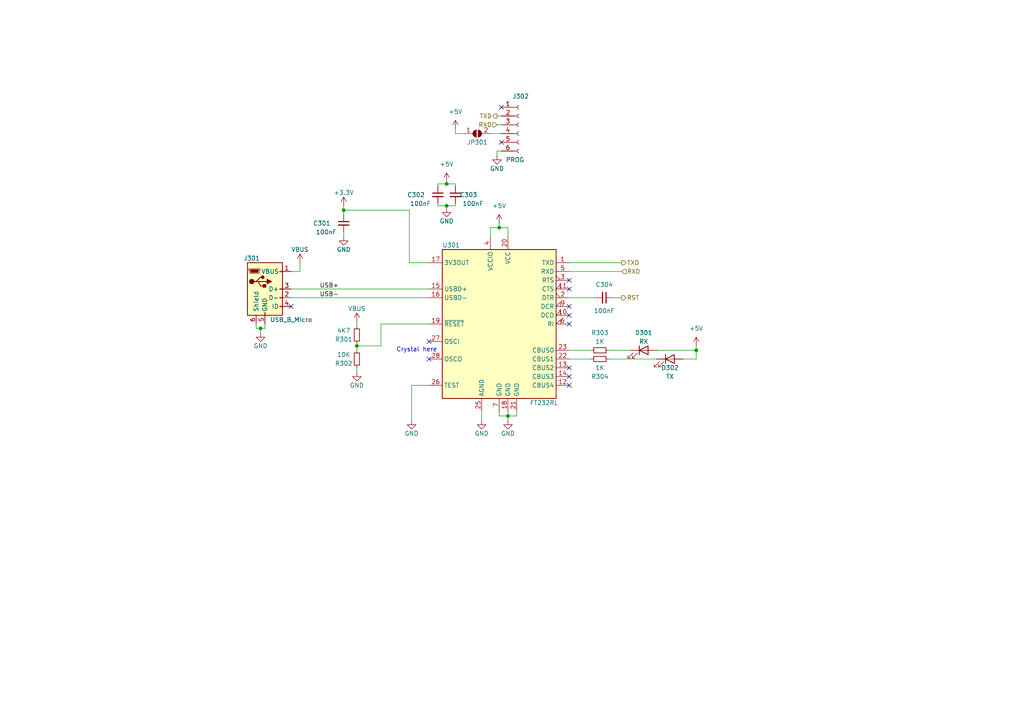
<source format=kicad_sch>
(kicad_sch (version 20211123) (generator eeschema)
  (paper "A4")
  (title_block (title "Days Without Incident Sign") (date "2022-06-24") (rev "${REVISION}") (company "FRC 1721") (comment 4 "Release: ${FULL_REVISION}"))
  (lib_symbols
    (symbol "Connector:Conn_01x06_Female" (pin_names (offset 1.016) hide)
      (property "Reference" "J" (at 0 7.62 0))
      (property "Value" "Conn_01x06_Female" (at 0 -10.16 0))
      (symbol "Conn_01x06_Female_1_1"
        (arc (start 0 -7.112) (mid -0.508 -7.62) (end 0 -8.128) (stroke (width 0.1524)))
        (arc (start 0 -4.572) (mid -0.508 -5.08) (end 0 -5.588) (stroke (width 0.1524)))
        (arc (start 0 -2.032) (mid -0.508 -2.54) (end 0 -3.048) (stroke (width 0.1524)))
        (polyline (pts (xy -1.27 -7.62) (xy -0.508 -7.62)) (stroke (width 0.1524)))
        (polyline (pts (xy -1.27 -5.08) (xy -0.508 -5.08)) (stroke (width 0.1524)))
        (polyline (pts (xy -1.27 -2.54) (xy -0.508 -2.54)) (stroke (width 0.1524)))
        (polyline (pts (xy -1.27 0) (xy -0.508 0)) (stroke (width 0.1524)))
        (polyline (pts (xy -1.27 2.54) (xy -0.508 2.54)) (stroke (width 0.1524)))
        (polyline (pts (xy -1.27 5.08) (xy -0.508 5.08)) (stroke (width 0.1524)))
        (arc (start 0 0.508) (mid -0.508 0) (end 0 -0.508) (stroke (width 0.1524)))
        (arc (start 0 3.048) (mid -0.508 2.54) (end 0 2.032) (stroke (width 0.1524)))
        (arc (start 0 5.588) (mid -0.508 5.08) (end 0 4.572) (stroke (width 0.1524)))
        (pin passive line (at -5.08 5.08 0) (length 3.81) (name "Pin_1") (number "1"))
        (pin passive line (at -5.08 2.54 0) (length 3.81) (name "Pin_2") (number "2"))
        (pin passive line (at -5.08 0 0) (length 3.81) (name "Pin_3") (number "3"))
        (pin passive line (at -5.08 -2.54 0) (length 3.81) (name "Pin_4") (number "4"))
        (pin passive line (at -5.08 -5.08 0) (length 3.81) (name "Pin_5") (number "5"))
        (pin passive line (at -5.08 -7.62 0) (length 3.81) (name "Pin_6") (number "6"))
      )
    )
    (symbol "Connector:USB_B_Micro" (pin_names (offset 1.016))
      (property "Reference" "J" (at -5.08 11.43 0))
      (property "Value" "USB_B_Micro" (at -5.08 8.89 0))
      (symbol "USB_B_Micro_0_1"
        (rectangle (start -5.08 -7.62) (end 5.08 7.62) (stroke (width 0.254)) (fill (type background)))
        (circle (center -3.81 2.159) (radius 0.635) (stroke (width 0.254)) (fill (type outline)))
        (circle (center -0.635 3.429) (radius 0.381) (stroke (width 0.254)) (fill (type outline)))
        (rectangle (start -0.127 -7.62) (end 0.127 -6.858))
        (polyline (pts (xy -1.905 2.159) (xy 0.635 2.159)) (stroke (width 0.254)))
        (polyline (pts (xy -3.175 2.159) (xy -2.54 2.159) (xy -1.27 3.429) (xy -0.635 3.429)) (stroke (width 0.254)))
        (polyline (pts (xy -2.54 2.159) (xy -1.905 2.159) (xy -1.27 0.889) (xy 0 0.889)) (stroke (width 0.254)))
        (polyline (pts (xy 0.635 2.794) (xy 0.635 1.524) (xy 1.905 2.159) (xy 0.635 2.794)) (stroke (width 0.254)) (fill (type outline)))
        (polyline (pts (xy -4.318 5.588) (xy -1.778 5.588) (xy -2.032 4.826) (xy -4.064 4.826) (xy -4.318 5.588)) (fill (type outline)))
        (polyline (pts (xy -4.699 5.842) (xy -4.699 5.588) (xy -4.445 4.826) (xy -4.445 4.572) (xy -1.651 4.572) (xy -1.651 4.826) (xy -1.397 5.588) (xy -1.397 5.842) (xy -4.699 5.842)))
        (rectangle (start 0.254 1.27) (end -0.508 0.508) (stroke (width 0.254)) (fill (type outline)))
        (rectangle (start 5.08 -5.207) (end 4.318 -4.953))
        (rectangle (start 5.08 -2.667) (end 4.318 -2.413))
        (rectangle (start 5.08 -0.127) (end 4.318 0.127))
        (rectangle (start 5.08 4.953) (end 4.318 5.207))
      )
      (symbol "USB_B_Micro_1_1"
        (pin power_out line (at 7.62 5.08 180) (length 2.54) (name "VBUS") (number "1"))
        (pin bidirectional line (at 7.62 -2.54 180) (length 2.54) (name "D-") (number "2"))
        (pin bidirectional line (at 7.62 0 180) (length 2.54) (name "D+") (number "3"))
        (pin passive line (at 7.62 -5.08 180) (length 2.54) (name "ID") (number "4"))
        (pin power_out line (at 0 -10.16 90) (length 2.54) (name "GND") (number "5"))
        (pin passive line (at -2.54 -10.16 90) (length 2.54) (name "Shield") (number "6"))
      )
    )
    (symbol "Device:C_Small" (pin_numbers hide) (pin_names (offset 0.254) hide)
      (property "Reference" "C" (at 0.254 1.778 0))
      (property "Value" "C_Small" (at 0.254 -2.032 0))
      (symbol "C_Small_0_1"
        (polyline (pts (xy -1.524 -0.508) (xy 1.524 -0.508)) (stroke (width 0.3302)))
        (polyline (pts (xy -1.524 0.508) (xy 1.524 0.508)) (stroke (width 0.3048)))
      )
      (symbol "C_Small_1_1"
        (pin passive line (at 0 2.54 270) (length 2.032) (name "~") (number "1"))
        (pin passive line (at 0 -2.54 90) (length 2.032) (name "~") (number "2"))
      )
    )
    (symbol "Device:LED" (pin_numbers hide) (pin_names (offset 1.016) hide)
      (property "Reference" "D" (at 0 2.54 0))
      (property "Value" "LED" (at 0 -2.54 0))
      (symbol "LED_0_1"
        (polyline (pts (xy -1.27 -1.27) (xy -1.27 1.27)) (stroke (width 0.254)))
        (polyline (pts (xy -1.27 0) (xy 1.27 0)))
        (polyline (pts (xy 1.27 -1.27) (xy 1.27 1.27) (xy -1.27 0) (xy 1.27 -1.27)) (stroke (width 0.254)))
        (polyline (pts (xy -3.048 -0.762) (xy -4.572 -2.286) (xy -3.81 -2.286) (xy -4.572 -2.286) (xy -4.572 -1.524)))
        (polyline (pts (xy -1.778 -0.762) (xy -3.302 -2.286) (xy -2.54 -2.286) (xy -3.302 -2.286) (xy -3.302 -1.524)))
      )
      (symbol "LED_1_1"
        (pin passive line (at -3.81 0 0) (length 2.54) (name "K") (number "1"))
        (pin passive line (at 3.81 0 180) (length 2.54) (name "A") (number "2"))
      )
    )
    (symbol "Device:R_Small" (pin_numbers hide) (pin_names (offset 0.254) hide)
      (property "Reference" "R" (at 0.762 0.508 0))
      (property "Value" "R_Small" (at 0.762 -1.016 0))
      (symbol "R_Small_0_1"
        (rectangle (start -0.762 1.778) (end 0.762 -1.778) (stroke (width 0.2032)))
      )
      (symbol "R_Small_1_1"
        (pin passive line (at 0 2.54 270) (length 0.762) (name "~") (number "1"))
        (pin passive line (at 0 -2.54 90) (length 0.762) (name "~") (number "2"))
      )
    )
    (symbol "Interface_USB:FT232RL"
      (property "Reference" "U" (at -16.51 22.86 0))
      (property "Value" "FT232RL" (at 10.16 22.86 0))
      (symbol "FT232RL_0_1"
        (rectangle (start -16.51 21.59) (end 16.51 -21.59) (stroke (width 0.254)) (fill (type background)))
      )
      (symbol "FT232RL_1_1"
        (pin output line (at 20.32 17.78 180) (length 3.81) (name "TXD") (number "1"))
        (pin input input_low (at 20.32 2.54 180) (length 3.81) (name "DCD") (number "10"))
        (pin input input_low (at 20.32 10.16 180) (length 3.81) (name "CTS") (number "11"))
        (pin bidirectional line (at 20.32 -17.78 180) (length 3.81) (name "CBUS4") (number "12"))
        (pin bidirectional line (at 20.32 -12.7 180) (length 3.81) (name "CBUS2") (number "13"))
        (pin bidirectional line (at 20.32 -15.24 180) (length 3.81) (name "CBUS3") (number "14"))
        (pin bidirectional line (at -20.32 10.16 0) (length 3.81) (name "USBD+") (number "15"))
        (pin bidirectional line (at -20.32 7.62 0) (length 3.81) (name "USBD-") (number "16"))
        (pin power_out line (at -20.32 17.78 0) (length 3.81) (name "3V3OUT") (number "17"))
        (pin power_in line (at 2.54 -25.4 90) (length 3.81) (name "GND") (number "18"))
        (pin input line (at -20.32 0 0) (length 3.81) (name "~{RESET}") (number "19"))
        (pin output output_low (at 20.32 7.62 180) (length 3.81) (name "DTR") (number "2"))
        (pin power_in line (at 2.54 25.4 270) (length 3.81) (name "VCC") (number "20"))
        (pin power_in line (at 5.08 -25.4 90) (length 3.81) (name "GND") (number "21"))
        (pin bidirectional line (at 20.32 -10.16 180) (length 3.81) (name "CBUS1") (number "22"))
        (pin bidirectional line (at 20.32 -7.62 180) (length 3.81) (name "CBUS0") (number "23"))
        (pin power_in line (at -5.08 -25.4 90) (length 3.81) (name "AGND") (number "25"))
        (pin input line (at -20.32 -17.78 0) (length 3.81) (name "TEST") (number "26"))
        (pin input line (at -20.32 -5.08 0) (length 3.81) (name "OSCI") (number "27"))
        (pin output line (at -20.32 -10.16 0) (length 3.81) (name "OSCO") (number "28"))
        (pin output output_low (at 20.32 12.7 180) (length 3.81) (name "RTS") (number "3"))
        (pin power_in line (at -2.54 25.4 270) (length 3.81) (name "VCCIO") (number "4"))
        (pin input line (at 20.32 15.24 180) (length 3.81) (name "RXD") (number "5"))
        (pin input input_low (at 20.32 0 180) (length 3.81) (name "RI") (number "6"))
        (pin power_in line (at 0 -25.4 90) (length 3.81) (name "GND") (number "7"))
        (pin input input_low (at 20.32 5.08 180) (length 3.81) (name "DCR") (number "9"))
      )
    )
    (symbol "Jumper:SolderJumper_2_Open" (pin_names (offset 0) hide)
      (property "Reference" "JP" (at 0 2.032 0))
      (property "Value" "SolderJumper_2_Open" (at 0 -2.54 0))
      (symbol "SolderJumper_2_Open_0_1"
        (arc (start -0.254 1.016) (mid -1.27 0) (end -0.254 -1.016))
        (arc (start -0.254 1.016) (mid -1.27 0) (end -0.254 -1.016) (fill (type outline)))
        (polyline (pts (xy -0.254 1.016) (xy -0.254 -1.016)))
        (polyline (pts (xy 0.254 1.016) (xy 0.254 -1.016)))
        (arc (start 0.254 -1.016) (mid 1.27 0) (end 0.254 1.016))
        (arc (start 0.254 -1.016) (mid 1.27 0) (end 0.254 1.016) (fill (type outline)))
      )
      (symbol "SolderJumper_2_Open_1_1"
        (pin passive line (at -3.81 0 0) (length 2.54) (name "A") (number "1"))
        (pin passive line (at 3.81 0 180) (length 2.54) (name "B") (number "2"))
      )
    )
    (symbol "power:+3.3V" (power) (pin_names (offset 0))
      (property "Value" "+3.3V" (at 0 3.556 0))
      (symbol "+3.3V_0_1"
        (polyline (pts (xy -0.762 1.27) (xy 0 2.54)))
        (polyline (pts (xy 0 0) (xy 0 2.54)))
        (polyline (pts (xy 0 2.54) (xy 0.762 1.27)))
      )
      (symbol "+3.3V_1_1"
        (pin power_in line (at 0 0 90) (length 0) hide (name "+3.3V") (number "1"))
      )
    )
    (symbol "power:+5V" (power) (pin_names (offset 0))
      (property "Value" "+5V" (at 0 3.556 0))
      (symbol "+5V_0_1"
        (polyline (pts (xy -0.762 1.27) (xy 0 2.54)))
        (polyline (pts (xy 0 0) (xy 0 2.54)))
        (polyline (pts (xy 0 2.54) (xy 0.762 1.27)))
      )
      (symbol "+5V_1_1"
        (pin power_in line (at 0 0 90) (length 0) hide (name "+5V") (number "1"))
      )
    )
    (symbol "power:GND" (power) (pin_names (offset 0))
      (property "Value" "GND" (at 0 -3.81 0))
      (symbol "GND_0_1"
        (polyline (pts (xy 0 0) (xy 0 -1.27) (xy 1.27 -1.27) (xy 0 -2.54) (xy -1.27 -1.27) (xy 0 -1.27)))
      )
      (symbol "GND_1_1"
        (pin power_in line (at 0 0 270) (length 0) hide (name "GND") (number "1"))
      )
    )
    (symbol "power:VBUS" (power) (pin_names (offset 0))
      (property "Value" "VBUS" (at 0 3.81 0))
      (symbol "VBUS_0_1"
        (polyline (pts (xy -0.762 1.27) (xy 0 2.54)))
        (polyline (pts (xy 0 0) (xy 0 2.54)))
        (polyline (pts (xy 0 2.54) (xy 0.762 1.27)))
      )
      (symbol "VBUS_1_1"
        (pin power_in line (at 0 0 90) (length 0) hide (name "VBUS") (number "1"))
      )
    )
  )
  (junction (at 99.695 60.96))
  (junction (at 129.54 59.69))
  (junction (at 103.505 100.33))
  (junction (at 75.565 95.25))
  (junction (at 201.93 101.6))
  (junction (at 147.32 120.65))
  (junction (at 144.78 66.04))
  (junction (at 129.54 53.34))
  (no_connect (at 84.455 88.9))
  (no_connect (at 124.46 104.14))
  (no_connect (at 165.1 106.68))
  (no_connect (at 145.415 31.115))
  (no_connect (at 165.1 83.82))
  (no_connect (at 165.1 93.98))
  (no_connect (at 165.1 81.28))
  (no_connect (at 165.1 91.44))
  (no_connect (at 165.1 109.22))
  (no_connect (at 145.415 41.275))
  (no_connect (at 165.1 88.9))
  (no_connect (at 165.1 111.76))
  (no_connect (at 124.46 99.06))
  (wire (pts (xy 103.505 100.33) (xy 110.49 100.33)))
  (wire (pts (xy 198.12 104.14) (xy 201.93 104.14)))
  (wire (pts (xy 118.745 60.96) (xy 118.745 76.2)))
  (wire (pts (xy 144.78 66.04) (xy 142.24 66.04)))
  (wire (pts (xy 144.145 36.195) (xy 145.415 36.195)))
  (wire (pts (xy 142.24 38.735) (xy 145.415 38.735)))
  (wire (pts (xy 201.93 104.14) (xy 201.93 101.6)))
  (wire (pts (xy 180.34 86.36) (xy 177.8 86.36)))
  (wire (pts (xy 103.505 100.33) (xy 103.505 101.6)))
  (wire (pts (xy 132.08 37.465) (xy 132.08 38.735)))
  (wire (pts (xy 144.145 43.815) (xy 145.415 43.815)))
  (wire (pts (xy 74.295 95.25) (xy 75.565 95.25)))
  (wire (pts (xy 75.565 95.25) (xy 75.565 96.52)))
  (wire (pts (xy 84.455 78.74) (xy 86.995 78.74)))
  (wire (pts (xy 147.32 120.65) (xy 147.32 121.92)))
  (wire (pts (xy 165.1 104.14) (xy 171.45 104.14)))
  (wire (pts (xy 127 59.69) (xy 129.54 59.69)))
  (wire (pts (xy 110.49 93.98) (xy 124.46 93.98)))
  (wire (pts (xy 201.93 101.6) (xy 190.5 101.6)))
  (wire (pts (xy 144.78 66.04) (xy 147.32 66.04)))
  (wire (pts (xy 76.835 93.98) (xy 76.835 95.25)))
  (wire (pts (xy 201.93 100.33) (xy 201.93 101.6)))
  (wire (pts (xy 99.695 67.31) (xy 99.695 68.58)))
  (wire (pts (xy 129.54 59.69) (xy 132.08 59.69)))
  (wire (pts (xy 110.49 100.33) (xy 110.49 93.98)))
  (wire (pts (xy 165.1 101.6) (xy 171.45 101.6)))
  (wire (pts (xy 147.32 119.38) (xy 147.32 120.65)))
  (wire (pts (xy 103.505 99.695) (xy 103.505 100.33)))
  (wire (pts (xy 103.505 93.345) (xy 103.505 94.615)))
  (wire (pts (xy 129.54 59.69) (xy 129.54 60.325)))
  (wire (pts (xy 99.695 60.96) (xy 99.695 59.69)))
  (wire (pts (xy 149.86 119.38) (xy 149.86 120.65)))
  (wire (pts (xy 127 59.055) (xy 127 59.69)))
  (wire (pts (xy 99.695 60.96) (xy 99.695 62.23)))
  (wire (pts (xy 118.745 76.2) (xy 124.46 76.2)))
  (wire (pts (xy 144.145 33.655) (xy 145.415 33.655)))
  (wire (pts (xy 180.34 78.74) (xy 165.1 78.74)))
  (wire (pts (xy 144.145 45.085) (xy 144.145 43.815)))
  (wire (pts (xy 76.835 95.25) (xy 75.565 95.25)))
  (wire (pts (xy 132.08 59.69) (xy 132.08 59.055)))
  (wire (pts (xy 144.78 64.77) (xy 144.78 66.04)))
  (wire (pts (xy 86.995 78.74) (xy 86.995 76.2)))
  (wire (pts (xy 103.505 106.68) (xy 103.505 107.95)))
  (wire (pts (xy 139.7 119.38) (xy 139.7 121.92)))
  (wire (pts (xy 132.08 38.735) (xy 134.62 38.735)))
  (wire (pts (xy 74.295 93.98) (xy 74.295 95.25)))
  (wire (pts (xy 129.54 53.34) (xy 129.54 52.705)))
  (wire (pts (xy 127 53.975) (xy 127 53.34)))
  (wire (pts (xy 144.78 120.65) (xy 147.32 120.65)))
  (wire (pts (xy 127 53.34) (xy 129.54 53.34)))
  (wire (pts (xy 142.24 66.04) (xy 142.24 68.58)))
  (wire (pts (xy 144.78 119.38) (xy 144.78 120.65)))
  (wire (pts (xy 84.455 83.82) (xy 124.46 83.82)))
  (wire (pts (xy 84.455 86.36) (xy 124.46 86.36)))
  (wire (pts (xy 124.46 111.76) (xy 119.38 111.76)))
  (wire (pts (xy 99.695 60.96) (xy 118.745 60.96)))
  (wire (pts (xy 149.86 120.65) (xy 147.32 120.65)))
  (wire (pts (xy 165.1 86.36) (xy 172.72 86.36)))
  (wire (pts (xy 176.53 104.14) (xy 190.5 104.14)))
  (wire (pts (xy 180.34 76.2) (xy 165.1 76.2)))
  (wire (pts (xy 119.38 111.76) (xy 119.38 121.92)))
  (wire (pts (xy 176.53 101.6) (xy 182.88 101.6)))
  (wire (pts (xy 129.54 53.34) (xy 132.08 53.34)))
  (wire (pts (xy 147.32 66.04) (xy 147.32 68.58)))
  (wire (pts (xy 132.08 53.34) (xy 132.08 53.975)))
  (text "Crystal here" (at 114.935 102.235 0) (effects (font (size 1.27 1.27)) (justify left bottom)))
  (label "USB+" (at 92.71 83.82 0))
  (label "USB-" (at 92.71 86.36 0))
  (hierarchical_label "RST" (shape output) (at 180.34 86.36 0))
  (hierarchical_label "TXD" (shape output) (at 180.34 76.2 0))
  (hierarchical_label "RXD" (shape input) (at 144.145 36.195 180))
  (hierarchical_label "RXD" (shape input) (at 180.34 78.74 0))
  (hierarchical_label "TXD" (shape output) (at 144.145 33.655 180))
  (symbol (lib_id "power:GND") (at 147.32 121.92 0) (unit 1)
    (property "Reference" "#PWR0314" (effects hide))
    (property "Value" "GND" (at 147.32 125.73 0))
  )
  (symbol (lib_id "Device:R_Small") (at 103.505 104.14 180) (unit 1)
    (property "Reference" "R302" (at 99.695 105.41 0))
    (property "Value" "10K" (at 99.695 102.87 0))
    (property "Footprint" "Resistor_SMD:R_0805_2012Metric" (effects hide))
  )
  (symbol (lib_id "power:+5V") (at 144.78 64.77 0) (unit 1)
    (property "Reference" "#PWR0313" (effects hide))
    (property "Value" "+5V" (at 144.78 59.69 0))
  )
  (symbol (lib_id "power:+5V") (at 132.08 37.465 0) (unit 1)
    (property "Reference" "#PWR0310" (effects hide))
    (property "Value" "+5V" (at 132.08 32.385 0))
  )
  (symbol (lib_id "power:VBUS") (at 86.995 76.2 0) (unit 1)
    (property "Reference" "#PWR0302" (effects hide))
    (property "Value" "VBUS" (at 86.995 72.39 0))
  )
  (symbol (lib_id "Device:C_Small") (at 127 56.515 0) (unit 1)
    (property "Reference" "C302" (at 120.65 56.515 0))
    (property "Value" "100nF" (at 121.92 59.055 0))
    (property "Footprint" "Capacitor_SMD:C_0805_2012Metric" (effects hide))
  )
  (symbol (lib_id "Device:R_Small") (at 103.505 97.155 180) (unit 1)
    (property "Reference" "R301" (at 99.695 98.425 0))
    (property "Value" "4K7" (at 99.695 95.885 0))
    (property "Footprint" "Resistor_SMD:R_0805_2012Metric" (effects hide))
  )
  (symbol (lib_id "power:+5V") (at 201.93 100.33 0) (unit 1)
    (property "Reference" "#PWR0315" (effects hide))
    (property "Value" "+5V" (at 201.93 95.25 0))
  )
  (symbol (lib_id "Connector:USB_B_Micro") (at 76.835 83.82 0) (unit 1)
    (property "Reference" "J301" (at 73.025 74.93 0))
    (property "Value" "USB_B_Micro" (at 84.455 92.71 0))
    (property "Footprint" "Connector_USB:USB_Mini-B_Lumberg_2486_01_Horizontal" (effects hide))
  )
  (symbol (lib_id "Device:R_Small") (at 173.99 104.14 270) (unit 1)
    (property "Reference" "R304" (at 173.99 109.22 90))
    (property "Value" "1K" (at 173.99 106.68 90))
    (property "Footprint" "Resistor_SMD:R_0805_2012Metric" (effects hide))
  )
  (symbol (lib_id "Device:C_Small") (at 99.695 64.77 0) (unit 1)
    (property "Reference" "C301" (at 93.345 64.77 0))
    (property "Value" "100nF" (at 94.615 67.31 0))
    (property "Footprint" "Capacitor_SMD:C_0805_2012Metric" (effects hide))
  )
  (symbol (lib_id "Jumper:SolderJumper_2_Open") (at 138.43 38.735 0) (unit 1)
    (property "Reference" "JP301" (at 138.43 41.275 0))
    (property "Value" "SolderJumper_2_Open" (effects hide))
    (property "Footprint" "Jumper:SolderJumper-2_P1.3mm_Open_TrianglePad1.0x1.5mm" (effects hide))
  )
  (symbol (lib_id "power:+5V") (at 129.54 52.705 0) (unit 1)
    (property "Reference" "#PWR0308" (effects hide))
    (property "Value" "+5V" (at 129.54 47.625 0))
  )
  (symbol (lib_id "Device:LED") (at 194.31 104.14 0) (unit 1)
    (property "Reference" "D302" (at 194.31 106.68 0))
    (property "Value" "TX" (at 194.31 109.22 0))
    (property "Footprint" "LED_SMD:LED_0805_2012Metric" (effects hide))
  )
  (symbol (lib_id "power:GND") (at 99.695 68.58 0) (unit 1)
    (property "Reference" "#PWR0304" (effects hide))
    (property "Value" "GND" (at 99.695 72.39 0))
  )
  (symbol (lib_id "Device:R_Small") (at 173.99 101.6 90) (unit 1)
    (property "Reference" "R303" (at 173.99 96.52 90))
    (property "Value" "1K" (at 173.99 99.06 90))
    (property "Footprint" "Resistor_SMD:R_0805_2012Metric" (effects hide))
  )
  (symbol (lib_id "Interface_USB:FT232RL") (at 144.78 93.98 0) (unit 1)
    (property "Reference" "U301" (at 128.27 71.12 0) (effects (justify left)))
    (property "Value" "FT232RL" (at 153.67 116.84 0) (effects (justify left)))
    (property "Footprint" "Package_SO:SSOP-28_5.3x10.2mm_P0.65mm" (effects hide))
    (property "Datasheet" "https://www.ftdichip.com/Support/Documents/DataSheets/ICs/DS_FT232R.pdf" (effects hide))
  )
  (symbol (lib_id "Device:C_Small") (at 175.26 86.36 270) (unit 1)
    (property "Reference" "C304" (at 175.26 82.55 90))
    (property "Value" "100nF" (at 175.26 90.17 90))
    (property "Footprint" "Capacitor_SMD:C_0805_2012Metric" (effects hide))
  )
  (symbol (lib_id "power:VBUS") (at 103.505 93.345 0) (unit 1)
    (property "Reference" "#PWR0305" (effects hide))
    (property "Value" "VBUS" (at 103.505 89.535 0))
  )
  (symbol (lib_id "power:GND") (at 139.7 121.92 0) (unit 1)
    (property "Reference" "#PWR0311" (effects hide))
    (property "Value" "GND" (at 139.7 125.73 0))
  )
  (symbol (lib_id "power:GND") (at 103.505 107.95 0) (unit 1)
    (property "Reference" "#PWR0306" (effects hide))
    (property "Value" "GND" (at 103.505 111.76 0))
  )
  (symbol (lib_id "Connector:Conn_01x06_Female") (at 150.495 36.195 0) (unit 1)
    (property "Reference" "J302" (at 148.59 27.94 0) (effects (justify left)))
    (property "Value" "PROG" (at 146.685 46.355 0) (effects (justify left)))
    (property "Footprint" "Connector_PinSocket_2.54mm:PinSocket_1x06_P2.54mm_Vertical" (effects hide))
  )
  (symbol (lib_id "power:GND") (at 129.54 60.325 0) (unit 1)
    (property "Reference" "#PWR0309" (effects hide))
    (property "Value" "GND" (at 129.54 64.135 0))
  )
  (symbol (lib_id "power:+3.3V") (at 99.695 59.69 0) (unit 1)
    (property "Reference" "#PWR0303" (effects hide))
    (property "Value" "+3.3V" (at 99.695 55.88 0))
  )
  (symbol (lib_id "power:GND") (at 75.565 96.52 0) (unit 1)
    (property "Reference" "#PWR0301" (effects hide))
    (property "Value" "GND" (at 75.565 100.33 0))
  )
  (symbol (lib_id "Device:C_Small") (at 132.08 56.515 0) (unit 1)
    (property "Reference" "C303" (at 135.89 56.515 0))
    (property "Value" "100nF" (at 137.16 59.055 0))
    (property "Footprint" "Capacitor_SMD:C_0805_2012Metric" (effects hide))
  )
  (symbol (lib_id "power:GND") (at 119.38 121.92 0) (unit 1)
    (property "Reference" "#PWR0307" (effects hide))
    (property "Value" "GND" (at 119.38 125.73 0))
  )
  (symbol (lib_id "power:GND") (at 144.145 45.085 0) (unit 1)
    (property "Reference" "#PWR0312" (effects hide))
    (property "Value" "GND" (at 144.145 48.895 0))
  )
  (symbol (lib_id "Device:LED") (at 186.69 101.6 0) (unit 1)
    (property "Reference" "D301" (at 186.69 96.52 0))
    (property "Value" "RX" (at 186.69 99.06 0))
    (property "Footprint" "LED_SMD:LED_0805_2012Metric" (effects hide))
  )
)
</source>
